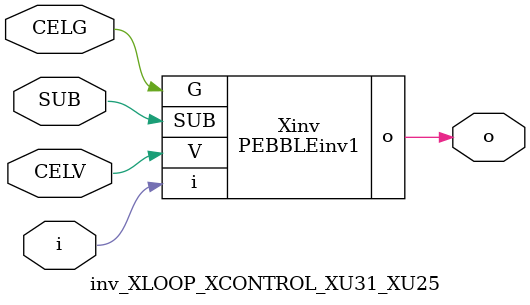
<source format=v>



module PEBBLEinv1 ( o, G, SUB, V, i );

  input V;
  input i;
  input G;
  output o;
  input SUB;
endmodule

//Celera Confidential Do Not Copy inv_XLOOP_XCONTROL_XU31_XU25
//Celera Confidential Symbol Generator
//5V Inverter
module inv_XLOOP_XCONTROL_XU31_XU25 (CELV,CELG,i,o,SUB);
input CELV;
input CELG;
input i;
input SUB;
output o;

//Celera Confidential Do Not Copy inv
PEBBLEinv1 Xinv(
.V (CELV),
.i (i),
.o (o),
.SUB (SUB),
.G (CELG)
);
//,diesize,PEBBLEinv1

//Celera Confidential Do Not Copy Module End
//Celera Schematic Generator
endmodule

</source>
